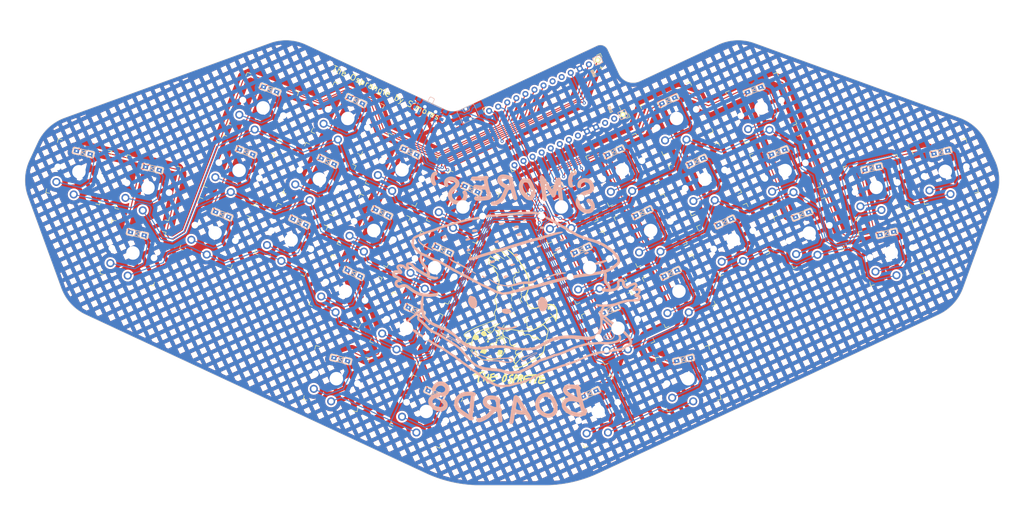
<source format=kicad_pcb>
(kicad_pcb (version 20221018) (generator pcbnew)
  (title_block (title "Osprangle") (date "2023-06-12") (rev "1") (comment 1 "By Sam Mohr"))
  (layers (0 "F.Cu" signal) (31 "B.Cu" signal) (34 "B.Paste" user) (35 "F.Paste" user) (36 "B.SilkS" user "B.Silkscreen") (37 "F.SilkS" user "F.Silkscreen") (38 "B.Mask" user) (39 "F.Mask" user) (44 "Edge.Cuts" user))
  (net 0 "")
  (net 1 "col_0")
  (net 2 "Net-(D1-A)")
  (net 3 "Net-(D2-A)")
  (net 4 "Net-(D3-A)")
  (net 5 "col_1")
  (net 6 "Net-(D4-A)")
  (net 7 "Net-(D5-A)")
  (net 8 "Net-(D6-A)")
  (net 9 "col_2")
  (net 10 "Net-(D7-A)")
  (net 11 "Net-(D8-A)")
  (net 12 "Net-(D9-A)")
  (net 13 "col_3")
  (net 14 "Net-(D10-A)")
  (net 15 "Net-(D11-A)")
  (net 16 "Net-(D12-A)")
  (net 17 "Net-(D13-A)")
  (net 18 "col_4")
  (net 19 "Net-(D14-A)")
  (net 20 "Net-(D15-A)")
  (net 21 "Net-(D16-A)")
  (net 22 "Net-(D17-A)")
  (net 23 "col_5")
  (net 24 "Net-(D18-A)")
  (net 25 "Net-(D19-A)")
  (net 26 "Net-(D20-A)")
  (net 27 "Net-(D21-A)")
  (net 28 "col_6")
  (net 29 "Net-(D22-A)")
  (net 30 "Net-(D23-A)")
  (net 31 "Net-(D24-A)")
  (net 32 "Net-(D25-A)")
  (net 33 "col_7")
  (net 34 "Net-(D26-A)")
  (net 35 "Net-(D27-A)")
  (net 36 "Net-(D28-A)")
  (net 37 "col_8")
  (net 38 "Net-(D29-A)")
  (net 39 "Net-(D30-A)")
  (net 40 "Net-(D31-A)")
  (net 41 "col_9")
  (net 42 "Net-(D32-A)")
  (net 43 "Net-(D33-A)")
  (net 44 "Net-(D34-A)")
  (net 45 "row_0")
  (net 46 "row_1")
  (net 47 "row_2")
  (net 48 "row_3")
  (net 49 "reset")
  (net 50 "gnd")
  (net 56 "bat+")
  (net 58 "raw")
  (footprint "footprints:smd-diode" (layer "F.Cu") (at 169.750926 129.939559 25)
    (fp_text reference "D33" hide)
    (fp_text value "1N4148" hide)
  )
  (footprint "footprints:smd-diode" (layer "F.Cu") (at 124.184508 68.592772 -25)
    (fp_text reference "D4" hide)
    (fp_text value "1N4148" hide)
  )
  (footprint "footprints:smd-diode" (layer "F.Cu") (at 258.881411 68.652426 13)
    (fp_text reference "D10" hide)
    (fp_text value "1N4148" hide)
  )
  (footprint "footprints:choc-switch-one-sided" (layer "F.Cu") (at 128.22134 134.471099 -25)
    (fp_text reference "SW32" hide)
    (fp_text value "SW_Push")
  )
  (footprint "footprints:choc-switch-one-sided" (layer "F.Cu") (at 171.864016 134.471101 25)
    (fp_text reference "SW33" hide)
    (fp_text value "SW_Push")
  )
  (footprint "footprints:smd-diode" (layer "F.Cu") (at 132.4683 93.419748 -25)
    (fp_text reference "D15" hide)
    (fp_text value "1N4148" hide)
  )
  (footprint "footprints:choc-switch-one-sided" (layer "F.Cu") (at 130.355206 97.951286 -25)
    (fp_text reference "SW15" hide)
    (fp_text value "SW_Push")
  )
  (footprint "footprints:smd-diode" (layer "F.Cu") (at 88.586623 52.71376 -21)
    (fp_text reference "D2" hide)
    (fp_text value "1N4148" hide)
  )
  (footprint "footprints:smd-diode" (layer "F.Cu") (at 174.801572 108.826978 25)
    (fp_text reference "D26" hide)
    (fp_text value "1N4148" hide)
  )
  (footprint "footprints:smd-diode" (layer "F.Cu") (at 117 84 -25)
    (fp_text reference "D14" hide)
    (fp_text value "1N4148" hide)
  )
  (footprint "footprints:choc-switch-one-sided" (layer "F.Cu") (at 169.730153 97.951284 25)
    (fp_text reference "SW16" hide)
    (fp_text value "SW_Push")
  )
  (footprint "footprints:smd-diode" (layer "F.Cu") (at 106.525951 121.275133 -13)
    (fp_text reference "D31" hide)
    (fp_text value "1N4148" hide)
  )
  (footprint "footprints:reset-switch-angled-4pin" (layer "F.Cu") (at 138.860534 58.946849 25)
    (fp_text reference "SW35" hide)
    (fp_text value "SW_Push" hide)
  )
  (footprint "footprints:choc-switch-one-sided" (layer "F.Cu") (at 86.794783 57.381663 -21)
    (fp_text reference "SW2" hide)
    (fp_text value "SW_Push")
  )
  (footprint "footprints:smd-diode" (layer "F.Cu") (at 175.900856 68.592773 25)
    (fp_text reference "D7" hide)
    (fp_text value "1N4148" hide)
  )
  (footprint "footprints:choc-switch-one-sided" (layer "F.Cu") (at 53.751422 94.228318 -13)
    (fp_text reference "SW21" hide)
    (fp_text value "SW_Push")
  )
  (footprint "footprints:choc-switch-one-sided" (layer "F.Cu") (at 246.291672 94.137688 13)
    (fp_text reference "SW30" hide)
    (fp_text value "SW_Push")
  )
  (footprint "footprints:choc-switch-one-sided" (layer "F.Cu") (at 176.914664 113.358519 25)
    (fp_text reference "SW26" hide)
    (fp_text value "SW_Push")
  )
  (footprint "footprints:choc-switch-one-sided" (layer "F.Cu") (at 122.071414 73.124308 -25)
    (fp_text reference "SW4" hide)
    (fp_text value "SW_Push")
  )
  (footprint "footprints:smd-diode" (layer "F.Cu") (at 190.269874 99.407236 25)
    (fp_text reference "D27" hide)
    (fp_text value "1N4148" hide)
  )
  (footprint "art:bird" (layer "F.Cu") (at 150 108)
    (fp_text reference "G***" hide)
    (fp_text value "LOGO" hide)
  )
  (footprint "footprints:smd-diode" (layer "F.Cu") (at 245.166919 89.265832 13)
    (fp_text reference "D30" hide)
    (fp_text value "1N4148" hide)
  )
  (footprint "footprints:choc-switch-one-sided" (layer "F.Cu") (at 137.539717 82.544052 -25)
    (fp_text reference "SW5" hide)
    (fp_text value "SW_Push")
  )
  (footprint "footprints:choc-switch-one-sided" (layer "F.Cu") (at 101.109073 75.486569 -25)
    (fp_text reference "SW13" hide)
    (fp_text value "SW_Push")
  )
  (footprint "footprints:choc-switch-one-sided" (layer "F.Cu") (at 213.260371 57.442045 21)
    (fp_text reference "SW9" hide)
    (fp_text value "SW_Push")
  )
  (footprint "footprints:choc-switch-one-sided" (layer "F.Cu") (at 260.006169 73.524278 13)
    (fp_text reference "SW10" hide)
    (fp_text value "SW_Push")
  )
  (footprint "footprints:choc-switch-one-sided" (layer "F.Cu") (at 74.610277 89.123394 -21)
    (fp_text reference "SW22" hide)
    (fp_text value "SW_Push")
  )
  (footprint "footprints:smd-diode" (layer "F.Cu") (at 217.560785 68.645008 21)
    (fp_text reference "D19" hide)
    (fp_text value "1N4148" hide)
  )
  (footprint "footprints:smd-diode" (layer "F.Cu") (at 241.342746 72.701539 13)
    (fp_text reference "D20" hide)
    (fp_text value "1N4148" hide)
  )
  (footprint "footprints:smd-diode" (layer "F.Cu") (at 96.037656 86.362259 -25)
    (fp_text reference "D23" hide)
    (fp_text value "1N4148" hide)
  )
  (footprint "footprints:smd-diode" (layer "F.Cu") (at 125.283787 108.82698 -25)
    (fp_text reference "D25" hide)
    (fp_text value "1N4148" hide)
  )
  (footprint "footprints:smd-diode" (layer "F.Cu") (at 223.653036 84.515879 21)
    (fp_text reference "D29" hide)
    (fp_text value "1N4148" hide)
  )
  (footprint "footprints:smd-diode" (layer "F.Cu") (at 58.70035 72.792173 -13)
    (fp_text reference "D11" hide)
    (fp_text value "1N4148" hide)
  )
  (footprint "footprints:smd-diode" (layer "F.Cu") (at 183.085364 84.000005 25)
    (fp_text reference "D17" hide)
    (fp_text value "1N4148" hide)
  )
  (footprint "footprints:smd-diode" (layer "F.Cu") (at 54.87618 89.356468 -13)
    (fp_text reference "D21" hide)
    (fp_text value "1N4148" hide)
  )
  (footprint "footprints:smd-diode" (layer "F.Cu") (at 211.468526 52.774139 21)
    (fp_text reference "D9" hide)
    (fp_text value "1N4148" hide)
  )
  (footprint "footprints:smd-diode" (layer "F.Cu") (at 103.222164 70.95503 -25)
    (fp_text reference "D13" hide)
    (fp_text value "1N4148" hide)
  )
  (footprint "footprints:single-pin" (layer "F.Cu") (at 171.743053 45.302031 -65)
    (fp_text reference "+1" hide)
    (fp_text value "MountingHole_Pad" hide)
  )
  (footprint "footprints:choc-switch-one-sided" (layer "F.Cu") (at 40.036931 73.614908 -13)
    (fp_text reference "SW1" hide)
    (fp_text value "SW_Push")
  )
  (footprint "footprints:smd-diode" (layer "F.Cu") (at 193.55941 121.27513 13)
    (fp_text reference "D34" hide)
    (fp_text value "1N4148" hide)
  )
  (footprint "footprints:smd-diode" (layer "F.Cu") (at 130.334436 129.939559 -25)
    (fp_text reference "D32" hide)
    (fp_text value "1N4148" hide)
  )
  (footprint "footprints:smd-diode" (layer "F.Cu") (at 109.815488 99.407236 -25)
    (fp_text reference "D24" hide)
    (fp_text value "1N4148" hide)
  )
  (footprint "footprints:smd-diode" (layer "F.Cu") (at 189.678687 55.547797 25)
    (fp_text reference "D8" hide)
    (fp_text value "1N4148" hide)
  )
  (footprint "footprints:smd-diode" (layer "F.Cu") (at 204.047705 86.362261 25)
    (fp_text reference "D28" hide)
    (fp_text value "1N4148" hide)
  )
  (footprint "footprints:choc-switch-one-sided" (layer "F.Cu") (at 123.170695 113.358518 -25)
    (fp_text reference "SW25" hide)
    (fp_text value "SW_Push")
  )
  (footprint "footprints:choc-switch-one-sided" (layer "F.Cu") (at 107.702394 103.938771 -25)
    (fp_text reference "SW24" hide)
    (fp_text value "SW_Push")
  )
  (footprint "footprints:choc-switch-one-sided" (layer "F.Cu") (at 191.791776 60.079337 25)
    (fp_text reference "SW8" hide)
    (fp_text value "SW_Push")
  )
  (footprint "footprints:smd-diode" (layer "F.Cu") (at 160.432553 78.012514 25)
    (fp_text reference "D6" hide)
    (fp_text value "1N4148" hide)
  )
  (footprint "footprints:smd-diode" (layer "F.Cu") (at 41.161692 68.743054 -13)
    (fp_text reference "D1" hide)
    (fp_text value "1N4148" hide)
  )
  (footprint "footprints:choc-switch-one-sided" (layer "F.Cu") (at 93.924564 90.893802 -25)
    (fp_text reference "SW23" hide)
    (fp_text value "SW_Push")
  )
  (footprint "footprints:choc-switch-one-sided" (layer "F.Cu") (at 192.382968 103.938776 25)
    (fp_text reference "SW27" hide)
    (fp_text value "SW_Push")
  )
  (footprint "footprints:smd-diode" (layer "F.Cu") (at 167.617058 93.419746 25)
    (fp_text reference "D16" hide)
    (fp_text value "1N4148" hide)
  )
  (footprint "footprints:choc-switch-one-sided" (layer "F.Cu") (at 105.401193 126.146982 -13)
    (fp_text reference "SW31" hide)
    (fp_text value "SW_Push")
  )
  (footprint "footprints:choc-switch-one-sided" (layer "F.Cu") (at 162.545643 82.544053 25)
    (fp_text reference "SW6" hide)
    (fp_text value "SW_Push")
  )
  (footprint "footprints:choc-switch-one-sided" (layer "F.Cu") (at 225.444883 89.183778 21)
    (fp_text reference "SW29" hide)
    (fp_text value "SW_Push")
  )
  (footprint "footprints:smd-diode" (layer "F.Cu") (at 110.406676 55.547798 -25)
    (fp_text reference "D3" hide)
    (fp_text value "1N4148" hide)
  )
  (footprint "footprints:choc-switch-one-sided" (layer "F.Cu") (at 219.352623 73.312907 21)
    (fp_text reference "SW19" hide)
    (fp_text value "SW_Push")
  )
  (footprint "footprints:choc-switch-one-sided" (layer "F.Cu") (at 242.467501 77.573391 13)
    (fp_text reference "SW20" hide)
    (fp_text value "SW_Push")
  )
  (footprint "footprints:choc-switch-one-sided" (layer "F.Cu") (at 194.684164 126.146984 13)
    (fp_text reference "SW34" hide)
    (fp_text value "SW_Push")
  )
  (footprint "footprints:smd-diode" (layer "F.Cu") (at 82.494374 68.584622 -21)
    (fp_text reference "D12" hide)
    (fp_text value "1N4148" hide)
  )
  (footprint "footprints:smd-diode" (layer "F.Cu") (at 196.863197 70.955025 25)
    (fp_text reference "D18" hide)
    (fp_text value "1N4148" hide)
  )
  (footprint "footprints:single-pin" (layer "F.Cu") (at 178.166849 59.077905 -65)
    (fp_text reference "-1" hide)
    (fp_text value "MountingHole_Pad" hide)
  )
  (footprint "footprints:choc-switch-one-sided" (layer "F.Cu") (at 80.702532 73.252525 -21)
    (fp_text reference "SW12" hide)
    (fp_text value "SW_Push")
  )
  (footprint "footprints:choc-switch-one-sided" (layer "F.Cu") (at 108.293587 60.079334 -25)
    (fp_text reference "SW3" hide)
    (fp_text value "SW_Push")
  )
  (footprint "footprints:choc-switch-one-sided" (layer "F.Cu") (at 57.575593 77.664024 -13)
    (fp_text reference "SW11" hide)
    (fp_text value "SW_Push")
  )
  (footprint "footprints:choc-switch-one-sided" (layer "F.Cu") (at 185.198456 88.531543 25)
    (fp_text reference "SW17" hide)
    (fp_text value "SW_Push")
  )
  (footprint "footprints:choc-switch-one-sided" (layer "F.Cu") (at 114.886906 88.531543 -25)
    (fp_text reference "SW14" hide)
    (fp_text value "SW_Push")
  )
  (footprint "art:osprette_title" (layer "F.Cu") (at 149.5 126)
    (fp_text reference "G***" hide)
    (fp_text value "LOGO" hide)
  )
  (footprint "footprints:choc-switch-one-sided" (layer "F.Cu") (at 206.160798 90.893801 25)
    (fp_text reference "SW28" hide)
    (fp_text value "SW_Push")
  )
  (footprint "footprints:smd-diode" (layer "F.Cu") (at 76.402118 84.455488 -21)
    (fp_text reference "D22" hide)
    (fp_text value "1N4148" hide)
  )
  (footprint "footprints:pro-micro" (layer "F.Cu") (at 159.607542 59.356072 -65)
    (fp_text reference "U1" hide)
    (fp_text value "ProMicro_r" hide)
  )
  (footprint "footprints:smd-diode" (layer "F.Cu") (at 139.652812 78.012514 -25)
    (fp_text reference "D5" hide)
    (fp_text value "1N4148" hide)
  )
  (footprint "footprints:choc-switch-one-sided" (layer "F.Cu") (at 198.976282 75.486565 25)
    (fp_text reference "SW18" hide)
    (fp_text value "SW_Push")
  )
  (footprint "footprints:choc-switch-one-sided" (layer "F.Cu") (at 178.013947 73.124308 25)
    (fp_text reference "SW7" hide)
    (fp_text value "SW_Push")
  )
  (footprint "footprints:power-switch" (layer "B.Cu") (at 129.097443 58.056942 -25)
    (fp_text reference "SW36" hide)
    (fp_text value "SW_SPDT" hide)
  )
  (footprint "art:smores" (layer "B.Cu") (at 152.5 108 180)
    (fp_text reference "G***" hide)
    (fp_text value "LOGO" hide)
  )
  (gr_line (start 88.540263 40.954051) (end 36.379917 59.938866) (stroke (width 0.1)) (layer "Edge.Cuts"))
  (gr_line (start 272.589988 70.675294) (end 270.476896 66.143755) (stroke (width 0.1)) (layer "Edge.Cuts"))
  (gr_line (start 263.705443 59.938863) (end 211.545098 40.954049) (stroke (width 0.1)) (layer "Edge.Cuts"))
  (gr_arc (start 88.540263 40.954051) (mid 93.167938 40.241784) (end 97.715924 41.35467) (stroke (width 0.1)) (layer "Edge.Cuts"))
  (gr_arc (start 171.604433 41.632553) (mid 173.133712 41.565783) (end 174.262286 42.599935) (stroke (width 0.1)) (layer "Edge.Cuts"))
  (gr_arc (start 29.608464 66.143757) (mid 32.377075 62.367848) (end 36.379917 59.938866) (stroke (width 0.1)) (layer "Edge.Cuts"))
  (gr_line (start 174.262286 42.599935) (end 177.11496 48.717511) (stroke (width 0.1)) (layer "Edge.Cuts"))
  (gr_arc (start 27.094756 79.850956) (mid 26.38249 75.223282) (end 27.495374 70.675296) (stroke (width 0.1)) (layer "Edge.Cuts"))
  (gr_line (start 141.90099 153.204303) (end 158.150992 153.204304) (stroke (width 0.1)) (layer "Edge.Cuts"))
  (gr_line (start 136.846485 57.840451) (end 171.604433 41.632553) (stroke (width 0.1)) (layer "Edge.Cuts"))
  (gr_arc (start 272.589988 70.675294) (mid 273.702873 75.223282) (end 272.990604 79.850957) (stroke (width 0.1)) (layer "Edge.Cuts"))
  (gr_arc (start 182.430663 50.652268) (mid 179.372112 50.785799) (end 177.11496 48.717511) (stroke (width 0.1)) (layer "Edge.Cuts"))
  (gr_line (start 264.526037 103.107162) (end 272.990604 79.850957) (stroke (width 0.1)) (layer "Edge.Cuts"))
  (gr_arc (start 41.764215 109.878616) (mid 37.988306 107.110005) (end 35.559325 103.107163) (stroke (width 0.1)) (layer "Edge.Cuts"))
  (gr_line (start 182.430663 50.652268) (end 202.369437 41.354669) (stroke (width 0.1)) (layer "Edge.Cuts"))
  (gr_line (start 29.608464 66.143757) (end 27.495374 70.675296) (stroke (width 0.1)) (layer "Edge.Cuts"))
  (gr_arc (start 202.369437 41.354669) (mid 206.917423 40.241784) (end 211.545098 40.954049) (stroke (width 0.1)) (layer "Edge.Cuts"))
  (gr_arc (start 171.994284 150.133492) (mid 165.242154 152.433082) (end 158.150992 153.204304) (stroke (width 0.1)) (layer "Edge.Cuts"))
  (gr_line (start 133.113923 57.834119) (end 97.715924 41.35467) (stroke (width 0.1)) (layer "Edge.Cuts"))
  (gr_arc (start 264.526037 103.107162) (mid 262.097053 107.110002) (end 258.321145 109.878613) (stroke (width 0.1)) (layer "Edge.Cuts"))
  (gr_line (start 171.994284 150.133492) (end 258.321145 109.878613) (stroke (width 0.1)) (layer "Edge.Cuts"))
  (gr_line (start 41.764215 109.878616) (end 128.124283 150.148977) (stroke (width 0.1)) (layer "Edge.Cuts"))
  (gr_arc (start 141.901174 153.202022) (mid 134.845612 152.429613) (end 128.124283 150.148977) (stroke (width 0.1)) (layer "Edge.Cuts"))
  (gr_line (start 27.094756 79.850956) (end 35.559325 103.107163) (stroke (width 0.1)) (layer "Edge.Cuts"))
  (gr_arc (start 136.846485 57.840451) (mid 134.979503 58.252675) (end 133.113923 57.834119) (stroke (width 0.1)) (layer "Edge.Cuts"))
  (gr_arc (start 263.705443 59.938863) (mid 267.708284 62.367847) (end 270.476896 66.143755) (stroke (width 0.1)) (layer "Edge.Cuts"))
  (gr_text "The Osprangle by S'mores" (at 104 48 -25) (layer "F.SilkS") (effects (font (size 1.5 1.5) (thickness 0.2)) (justify left bottom)))
  (gr_text "+" (at 172.759551 46.320509 115) (layer "F.SilkS") (effects (font (size 1 1)) (justify left bottom mirror)))
  (gr_text "-" (at 177.577399 56.652418 115) (layer "F.SilkS") (effects (font (size 1 1)) (justify left bottom mirror)))
  (segment (start 62.971446 90.511703) (end 63.945815 90.736656) (width 0.25) (layer "F.Cu") (net 1))
  (segment (start 56.970841 72.392888) (end 56.074981 70.959206) (width 0.25) (layer "F.Cu") (net 1))
  (segment (start 55.378932 73.387622) (end 52.151938 87.365267) (width 0.25) (layer "F.Cu") (net 1))
  (segment (start 101.191096 55.714696) (end 108.296814 52.551028) (width 0.25) (layer "F.Cu") (net 1))
  (segment (start 63.945815 90.736656) (end 66.944121 88.863107) (width 0.25) (layer "F.Cu") (net 1))
  (segment (start 40.865863 67.4479) (end 39.432183 68.343764) (width 0.25) (layer "F.Cu") (net 1))
  (segment (start 56.970841 72.392888) (end 55.378932 73.387622) (width 0.25) (layer "F.Cu") (net 1))
  (segment (start 131.293967 68.985125) (end 146.681781 61.80967) (width 0.25) (layer "F.Cu") (net 1))
  (segment (start 115.492208 55.548071) (end 118.152504 62.857164) (width 0.25) (layer "F.Cu") (net 1))
  (segment (start 65.708771 74.209644) (end 62.22203 89.312384) (width 0.25) (layer "F.Cu") (net 1))
  (segment (start 56.970841 72.392888) (end 58.404523 71.497024) (width 0.25) (layer "F.Cu") (net 1))
  (segment (start 56.074981 70.959206) (end 40.865863 67.4479) (width 0.25) (layer "F.Cu") (net 1))
  (segment (start 146.681781 61.80967) (end 148.795338 56.002725) (width 0.25) (layer "F.Cu") (net 1))
  (segment (start 83.580406 48.954587) (end 101.191096 55.714696) (width 0.25) (layer "F.Cu") (net 1))
  (segment (start 108.72827 52.393992) (end 115.492208 55.548071) (width 0.25) (layer "F.Cu") (net 1))
  (segment (start 58.404523 71.497024) (end 64.959351 73.01032) (width 0.25) (layer "F.Cu") (net 1))
  (segment (start 62.22203 89.312384) (end 62.971446 90.511703) (width 0.25) (layer "F.Cu") (net 1))
  (segment (start 108.296814 52.551028) (end 108.72827 52.393992) (width 0.25) (layer "F.Cu") (net 1))
  (segment (start 64.959351 73.01032) (end 65.708771 74.209644) (width 0.25) (layer "F.Cu") (net 1))
  (segment (start 81.992117 49.661737) (end 83.580406 48.954587) (width 0.25) (layer "F.Cu") (net 1))
  (segment (start 66.944121 88.863107) (end 81.992117 49.661737) (width 0.25) (layer "F.Cu") (net 1))
  (segment (start 52.151938 87.365267) (end 53.146676 88.957178) (width 0.25) (layer "F.Cu") (net 1))
  (segment (start 118.152504 62.857164) (end 131.293967 68.985125) (width 0.25) (layer "F.Cu") (net 1))
  (segment (start 42.641735 76.324906) (end 40.548429 77.63295) (width 0.25) (layer "B.Cu") (net 2))
  (segment (start 43.919891 70.788598) (end 42.641735 76.324906) (width 0.25) (layer "B.Cu") (net 2))
  (segment (start 40.548429 77.63295) (end 34.31027 76.192755) (width 0.25) (layer "B.Cu") (net 2))
  (segment (start 42.891196 69.142341) (end 43.919891 70.788598) (width 0.25) (layer "B.Cu") (net 2))
  (segment (start 90.920677 54.870304) (end 88.887602 60.16665) (width 0.25) (layer "B.Cu") (net 3))
  (segment (start 90.243731 53.349861) (end 90.920677 54.870304) (width 0.25) (layer "B.Cu") (net 3))
  (segment (start 88.887602 60.16665) (end 86.368315 61.288307) (width 0.25) (layer "B.Cu") (net 3))
  (segment (start 86.368315 61.288307) (end 80.765086 59.137425) (width 0.25) (layer "B.Cu") (net 3))
  (segment (start 107.958209 64.115783) (end 102.156096 61.410214) (width 0.25) (layer "B.Cu") (net 4))
  (segment (start 110.098667 63.336717) (end 107.958209 64.115783) (width 0.25) (layer "B.Cu") (net 4))
  (segment (start 112.015371 56.297945) (end 112.61398 57.942607) (width 0.25) (layer "B.Cu") (net 4))
  (segment (start 112.61398 57.942607) (end 110.098667 63.336717) (width 0.25) (layer "B.Cu") (net 4))
  (segment (start 80.837264 67.948525) (end 80.809716 68.020288) (width 0.25) (layer "F.Cu") (net 5))
  (segment (start 86.929523 52.077654) (end 85.607673 52.666179) (width 0.25) (layer "F.Cu") (net 5))
  (segment (start 101.13925 56.230364) (end 108.200178 53.086638) (width 0.25) (layer "F.Cu") (net 5))
  (segment (start 95.537766 54.080157) (end 101.13925 56.230364) (width 0.25) (layer "F.Cu") (net 5))
  (segment (start 117.488044 63.099008) (end 131.082663 69.43828) (width 0.25) (layer "F.Cu") (net 5))
  (segment (start 79.487874 68.60881) (end 74.156489 82.497544) (width 0.25) (layer "F.Cu") (net 5))
  (segment (start 108.200178 53.086638) (end 108.666538 52.916898) (width 0.25) (layer "F.Cu") (net 5))
  (segment (start 86.929527 52.077653) (end 88.499784 51.378529) (width 0.25) (layer "F.Cu") (net 5))
  (segment (start 114.827749 55.789912) (end 117.488044 63.099008) (width 0.25) (layer "F.Cu") (net 5))
  (segment (start 148.743849 61.39549) (end 151.09736 54.929276) (width 0.25) (layer "F.Cu") (net 5))
  (segment (start 88.499784 51.378529) (end 95.537766 54.080157) (width 0.25) (layer "F.Cu") (net 5))
  (segment (start 80.809716 68.020288) (end 79.487874 68.60881) (width 0.25) (layer "F.Cu") (net 5))
  (segment (start 80.248743 66.62668) (end 80.837264 67.948525) (width 0.25) (layer "F.Cu") (net 5))
  (segment (start 74.156489 82.497544) (end 74.74501 83.81939) (width 0.25) (layer "F.Cu") (net 5))
  (segment (start 85.607673 52.666179) (end 80.248743 66.62668) (width 0.25) (layer "F.Cu") (net 5))
  (segment (start 131.082663 69.43828) (end 131.314819 69.522784) (width 0.25) (layer "F.Cu") (net 5))
  (segment (start 131.314819 69.522784) (end 148.743849 61.39549) (width 0.25) (layer "F.Cu") (net 5))
  (segment (start 108.666538 52.916898) (end 114.827749 55.789912) (width 0.25) (layer "F.Cu") (net 5))
  (segment (start 121.736042 77.160757) (end 115.933926 74.455189) (width 0.25) (layer "B.Cu") (net 6))
  (segment (start 123.876495 76.381694) (end 121.736042 77.160757) (width 0.25) (layer "B.Cu") (net 6))
  (segment (start 125.793201 69.342918) (end 125.836937 69.363308) (width 0.25) (layer "B.Cu") (net 6))
  (segment (start 125.836937 69.363308) (end 126.412208 70.943847) (width 0.25) (layer "B.Cu") (net 6))
  (segment (start 126.412208 70.943847) (end 123.876495 76.381694) (width 0.25) (layer "B.Cu") (net 6))
  (segment (start 141.261505 78.762666) (end 141.860112 80.40733) (width 0.25) (layer "B.Cu") (net 7))
  (segment (start 137.204341 86.5805) (end 131.402231 83.874934) (width 0.25) (layer "B.Cu") (net 7))
  (segment (start 141.860112 80.40733) (end 139.344798 85.80144) (width 0.25) (layer "B.Cu") (net 7))
  (segment (start 139.344798 85.80144) (end 137.204341 86.5805) (width 0.25) (layer "B.Cu") (net 7))
  (segment (start 166.321115 83.541971) (end 165.69232 85.269574) (width 0.25) (layer "B.Cu") (net 8))
  (segment (start 163.669183 77.854887) (end 166.321115 83.541971) (width 0.25) (layer "B.Cu") (net 8))
  (segment (start 165.69232 85.269574) (end 159.620053 88.101114) (width 0.25) (layer "B.Cu") (net 8))
  (segment (start 162.041244 77.262369) (end 163.669183 77.854887) (width 0.25) (layer "B.Cu") (net 8))
  (segment (start 150.804028 60.9865) (end 153.399382 53.855821) (width 0.25) (layer "F.Cu") (net 9))
  (segment (start 131.340865 70.062322) (end 150.804028 60.9865) (width 0.25) (layer "F.Cu") (net 9))
  (segment (start 94.428958 85.612114) (end 93.842528 84.000909) (width 0.25) (layer "F.Cu") (net 9))
  (segment (start 101.61347 70.204879) (end 101.027038 68.593674) (width 0.25) (layer "F.Cu") (net 9))
  (segment (start 108.79798 54.79765) (end 110.324905 54.241897) (width 0.25) (layer "F.Cu") (net 9))
  (segment (start 101.027038 68.593674) (end 107.186773 55.384081) (width 0.25) (layer "F.Cu") (net 9))
  (segment (start 116.823577 63.340856) (end 130.871348 69.891433) (width 0.25) (layer "F.Cu") (net 9))
  (segment (start 130.871348 69.891433) (end 131.340865 70.062322) (width 0.25) (layer "F.Cu") (net 9))
  (segment (start 107.186773 55.384081) (end 108.79798 54.797648) (width 0.25) (layer "F.Cu") (net 9))
  (segment (start 93.842528 84.000909) (end 100.002262 70.791309) (width 0.25) (layer "F.Cu") (net 9))
  (segment (start 110.324905 54.241897) (end 114.163284 56.03176) (width 0.25) (layer "F.Cu") (net 9))
  (segment (start 114.163284 56.03176) (end 116.823577 63.340856) (width 0.25) (layer "F.Cu") (net 9))
  (segment (start 100.002262 70.791309) (end 101.61347 70.204879) (width 0.25) (layer "F.Cu") (net 9))
  (segment (start 177.509549 67.842623) (end 179.137483 68.435142) (width 0.25) (layer "B.Cu") (net 10))
  (segment (start 181.789415 74.122227) (end 181.16062 75.849829) (width 0.25) (layer "B.Cu") (net 10))
  (segment (start 181.16062 75.849829) (end 175.088358 78.681375) (width 0.25) (layer "B.Cu") (net 10))
  (segment (start 179.137483 68.435142) (end 181.789415 74.122227) (width 0.25) (layer "B.Cu") (net 10))
  (segment (start 191.287383 54.797649) (end 192.915318 55.390167) (width 0.25) (layer "B.Cu") (net 11))
  (segment (start 194.938447 62.804853) (end 188.866186 65.636397) (width 0.25) (layer "B.Cu") (net 11))
  (segment (start 192.915318 55.390167) (end 195.567243 61.077248) (width 0.25) (layer "B.Cu") (net 11))
  (segment (start 195.567243 61.077248) (end 194.938447 62.804853) (width 0.25) (layer "B.Cu") (net 11))
  (segment (start 213.125635 52.138038) (end 215.179533 53.052493) (width 0.25) (layer "B.Cu") (net 12))
  (segment (start 216.422926 60.298404) (end 209.954263 62.781489) (width 0.25) (layer "B.Cu") (net 12))
  (segment (start 217.248874 58.443301) (end 216.422926 60.298404) (width 0.25) (layer "B.Cu") (net 12))
  (segment (start 215.179533 53.052493) (end 217.248874 58.443301) (width 0.25) (layer "B.Cu") (net 12))
  (segment (start 131.366913 70.601867) (end 152.864203 60.577515) (width 0.25) (layer "F.Cu") (net 13))
  (segment (start 122.575809 67.842623) (end 124.102736 67.286868) (width 0.25) (layer "F.Cu") (net 13))
  (segment (start 116.005524 119.880812) (end 116.5338 118.747923) (width 0.25) (layer "F.Cu") (net 13))
  (segment (start 122.554894 67.83287) (end 120.974356 68.40814) (width 0.25) (layer "F.Cu") (net 13))
  (segment (start 109.300138 119.236632) (end 113.015443 120.969114) (width 0.25) (layer "F.Cu") (net 13))
  (segment (start 111.684193 108.211179) (end 108.206788 98.657086) (width 0.25) (layer "F.Cu") (net 13))
  (segment (start 104.796447 120.875843) (end 109.300138 119.236632) (width 0.25) (layer "F.Cu") (net 13))
  (segment (start 114.804866 81.638651) (end 115.391296 83.249857) (width 0.25) (layer "F.Cu") (net 13))
  (segment (start 115.391296 83.249857) (end 115.370383 83.240105) (width 0.25) (layer "F.Cu") (net 13))
  (segment (start 116.5338 118.747923) (end 112.90613 108.780977) (width 0.25) (layer "F.Cu") (net 13))
  (segment (start 130.660041 70.344587) (end 131.366913 70.601867) (width 0.25) (layer "F.Cu") (net 13))
  (segment (start 107.620363 97.045882) (end 108.206788 98.657086) (width 0.25) (layer "F.Cu") (net 13))
  (segment (start 112.90613 108.780977) (end 111.684193 108.211179) (width 0.25) (layer "F.Cu") (net 13))
  (segment (start 124.102736 67.286868) (end 130.660041 70.344587) (width 0.25) (layer "F.Cu") (net 13))
  (segment (start 152.864203 60.577515) (end 155.701404 52.782371) (width 0.25) (layer "F.Cu") (net 13))
  (segment (start 120.974356 68.40814) (end 114.804866 81.638651) (width 0.25) (layer "F.Cu") (net 13))
  (segment (start 122.57581 67.842623) (end 122.554894 67.83287) (width 0.25) (layer "F.Cu") (net 13))
  (segment (start 113.015443 120.969114) (end 116.005524 119.880812) (width 0.25) (layer "F.Cu") (net 13))
  (segment (start 115.370383 83.240105) (end 113.789846 83.815374) (width 0.25) (layer "F.Cu") (net 13))
  (segment (start 113.789846 83.815374) (end 107.620363 97.045882) (width 0.25) (layer "F.Cu") (net 13))
  (segment (start 262.517404 76.84447) (end 255.989128 78.351638) (width 0.25) (layer "B.Cu") (net 14))
  (segment (start 262.080083 69.171176) (end 263.491651 75.285344) (width 0.25) (layer "B.Cu") (net 14))
  (segment (start 263.491651 75.285344) (end 262.517404 76.84447) (width 0.25) (layer "B.Cu") (net 14))
  (segment (start 260.610917 68.253137) (end 262.080083 69.171176) (width 0.25) (layer "B.Cu") (net 14))
  (segment (start 60.429859 73.191465) (end 61.407542 74.756082) (width 0.25) (layer "B.Cu") (net 15))
  (segment (start 60.180395 80.374023) (end 58.087085 81.682065) (width 0.25) (layer "B.Cu") (net 15))
  (segment (start 61.407542 74.756082) (end 61.473865 74.771397) (width 0.25) (layer "B.Cu") (net 15))
  (segment (start 58.087085 81.682065) (end 51.848927 80.241876) (width 0.25) (layer "B.Cu") (net 15))
  (segment (start 61.473865 74.771397) (end 60.180395 80.374023) (width 0.25) (layer "B.Cu") (net 15))
  (segment (start 84.151478 69.220729) (end 84.828421 70.741168) (width 0.25) (layer "B.Cu") (net 16))
  (segment (start 82.795339 76.037516) (end 80.276062 77.159171) (width 0.25) (layer "B.Cu") (net 16))
  (segment (start 80.276062 77.159171) (end 74.67283 75.00829) (width 0.25) (layer "B.Cu") (net 16))
  (segment (start 84.828421 70.741168) (end 82.795339 76.037516) (width 0.25) (layer "B.Cu") (net 16))
  (segment (start 102.914155 78.743947) (end 100.773698 79.523016) (width 0.25) (layer "B.Cu") (net 17))
  (segment (start 104.830862 71.70517) (end 104.874596 71.72557) (width 0.25) (layer "B.Cu") (net 17))
  (segment (start 100.773698 79.523016) (end 94.971585 76.817447) (width 0.25) (layer "B.Cu") (net 17))
  (segment (start 105.449863 73.306109) (end 102.914155 78.743947) (width 0.25) (layer "B.Cu") (net 17))
  (segment (start 104.874596 71.72557) (end 105.449863 73.306109) (width 0.25) (layer "B.Cu") (net 17))
  (segment (start 138.04411 77.262366) (end 138.023201 77.252614) (width 0.25) (layer "F.Cu") (net 18))
  (segment (start 130.838691 92.659847) (end 129.258154 93.235116) (width 0.25) (layer "F.Cu") (net 18))
  (segment (start 126.666685 116.093034) (end 126.516011 115.679058) (width 0.25) (layer "F.Cu") (net 18))
  (segment (start 123.675093 108.076832) (end 123.764145 108.11836) (width 0.25) (layer "F.Cu") (net 18))
  (segment (start 130.273172 91.058395) (end 130.859602 92.669596) (width 0.25) (layer "F.Cu") (net 18))
  (segment (start 138.044113 77.262367) (end 131.696885 74.952162) (width 0.25) (layer "F.Cu") (net 18))
  (segment (start 129.258154 93.235116) (end 123.088662 106.465629) (width 0.25) (layer "F.Cu") (net 18))
  (segment (start 123.088662 106.465629) (end 123.675093 108.076832) (width 0.25) (layer "F.Cu") (net 18))
  (segment (start 131.696885 74.952162) (end 130.816923 73.065085) (width 0.25) (layer "F.Cu") (net 18))
  (segment (start 128.725739 129.189412) (end 125.146001 119.354164) (width 0.25) (layer "F.Cu") (net 18))
  (segment (start 131.542455 71.071697) (end 154.924382 60.168525) (width 0.25) (layer "F.Cu") (net 18))
  (segment (start 130.816923 73.065085) (end 131.542455 71.071697) (width 0.25) (layer "F.Cu") (net 18))
  (segment (start 123.764145 108.11836) (end 126.516011 115.679058) (width 0.25) (layer "F.Cu") (net 18))
  (segment (start 138.023201 77.252614) (end 136.442665 77.827884) (width 0.25) (layer "F.Cu") (net 18))
  (segment (start 130.859602 92.669596) (end 130.838691 92.659847) (width 0.25) (layer "F.Cu") (net 18))
  (segment (start 154.924382 60.168525) (end 158.003424 51.708924) (width 0.25) (layer "F.Cu") (net 18))
  (segment (start 136.442665 77.827884) (end 130.273172 91.058395) (width 0.25) (layer "F.Cu") (net 18))
  (segment (start 125.146001 119.354164) (end 126.666685 116.093034) (width 0.25) (layer "F.Cu") (net 18))
  (segment (start 116.691985 91.788927) (end 114.551528 92.567988) (width 0.25) (layer "B.Cu") (net 19))
  (segment (start 114.551528 92.567988) (end 108.749413 89.862418) (width 0.25) (layer "B.Cu") (net 19))
  (segment (start 118.652424 84.770539) (end 119.22769 86.351083) (width 0.25) (layer "B.Cu") (net 19))
  (segment (start 119.22769 86.351083) (end 116.691985 91.788927) (width 0.25) (layer "B.Cu") (net 19))
  (segment (start 118.608695 84.750151) (end 118.652424 84.770539) (width 0.25) (layer "B.Cu") (net 19))
  (segment (start 132.16029 101.208672) (end 130.019834 101.987733) (width 0.25) (layer "B.Cu") (net 20))
  (segment (start 134.076996 94.169895) (end 134.675601 95.814562) (width 0.25) (layer "B.Cu") (net 20))
  (segment (start 130.019834 101.987733) (end 124.217718 99.282166) (width 0.25) (layer "B.Cu") (net 20))
  (segment (start 134.675601 95.814562) (end 132.16029 101.208672) (width 0.25) (layer "B.Cu") (net 20))
  (segment (start 173.505622 98.949203) (end 172.876825 100.676804) (width 0.25) (layer "B.Cu") (net 21))
  (segment (start 169.225752 92.669599) (end 170.853692 93.262122) (width 0.25) (layer "B.Cu") (net 21))
  (segment (start 170.853692 93.262122) (end 173.505622 98.949203) (width 0.25) (layer "B.Cu") (net 21))
  (segment (start 172.876825 100.676804) (end 166.804563 103.508348) (width 0.25) (layer "B.Cu") (net 21))
  (segment (start 188.973926 89.529458) (end 188.345126 91.257063) (width 0.25) (layer "B.Cu") (net 22))
  (segment (start 184.69406 83.249861) (end 186.321999 83.842378) (width 0.25) (layer "B.Cu") (net 22))
  (segment (start 186.321999 83.842378) (end 188.973926 89.529458) (width 0.25) (layer "B.Cu") (net 22))
  (segment (start 188.345126 91.257063) (end 182.272865 94.088607) (width 0.25) (layer "B.Cu") (net 22))
  (segment (start 158.823855 78.762663) (end 158.231334 80.390596) (width 0.25) (layer "F.Cu") (net 23))
  (segment (start 168.045781 73.634875) (end 167.199325 75.960495) (width 0.25) (layer "F.Cu") (net 23))
  (segment (start 171.564943 108.984607) (end 173.192875 109.577125) (width 0.25) (layer "F.Cu") (net 23))
  (segment (start 172.600361 111.205058) (end 176.942758 120.517377) (width 0.25) (layer "F.Cu") (net 23))
  (segment (start 168.867764 128.696318) (end 168.142233 130.689705) (width 0.25) (layer "F.Cu") (net 23))
  (segment (start 165.415844 95.797828) (end 171.564943 108.984607) (width 0.25) (layer "F.Cu") (net 23))
  (segment (start 166.008363 94.169895) (end 165.415844 95.797828) (width 0.25) (layer "F.Cu") (net 23))
  (segment (start 176.942758 120.517377) (end 175.008001 125.833082) (width 0.25) (layer "F.Cu") (net 23))
  (segment (start 175.008001 125.833082) (end 168.867764 128.696318) (width 0.25) (layer "F.Cu") (net 23))
  (segment (start 158.231334 80.390596) (end 164.38043 93.577377) (width 0.25) (layer "F.Cu") (net 23))
  (segment (start 164.38043 93.577377) (end 166.008363 94.169895) (width 0.25) (layer "F.Cu") (net 23))
  (segment (start 160.152781 79.24635) (end 158.823855 78.762663) (width 0.25) (layer "F.Cu") (net 23))
  (segment (start 167.623163 72.728567) (end 168.045781 73.634875) (width 0.25) (layer "F.Cu") (net 23))
  (segment (start 173.192875 109.577125) (end 172.600361 111.205058) (width 0.25) (layer "F.Cu") (net 23))
  (segment (start 167.199325 75.960495) (end 160.152781 79.24635) (width 0.25) (layer "F.Cu") (net 23))
  (via (at 167.623163 72.728567) (size 0.8) (drill 0.4) (layers "F.Cu" "B.Cu") (net 23))
  (segment (start 167.623163 72.728567) (end 164.355942 65.721992) (width 0.25) (layer "B.Cu") (net 23))
  (segment (start 164.355942 65.721992) (end 164.435673 65.502928) (width 0.25) (layer "B.Cu") (net 23))
  (segment (start 202.122963 78.21208) (end 196.050699 81.043624) (width 0.25) (layer "B.Cu") (net 24))
  (segment (start 198.471892 70.204883) (end 200.099825 70.797399) (width 0.25) (layer "B.Cu") (net 24))
  (segment (start 200.099825 70.797399) (end 202.751756 76.484483) (width 0.25) (layer "B.Cu") (net 24))
  (segment (start 202.751756 76.484483) (end 202.122963 78.21208) (width 0.25) (layer "B.Cu") (net 24))
  (segment (start 222.048395 76.348453) (end 216.046521 78.652353) (width 0.25) (layer "B.Cu") (net 25))
  (segment (start 219.217889 68.008902) (end 220.625815 68.635756) (width 0.25) (layer "B.Cu") (net 25))
  (segment (start 220.625815 68.635756) (end 222.874338 74.493351) (width 0.25) (layer "B.Cu") (net 25))
  (segment (start 222.874338 74.493351) (end 222.048395 76.348453) (width 0.25) (layer "B.Cu") (net 25))
  (segment (start 244.541421 73.220289) (end 245.952987 79.334461) (width 0.25) (layer "B.Cu") (net 26))
  (segment (start 245.952987 79.334461) (end 244.978742 80.893585) (width 0.25) (layer "B.Cu") (net 26))
  (segment (start 243.072256 72.302253) (end 244.541421 73.220289) (width 0.25) (layer "B.Cu") (net 26))
  (segment (start 244.978742 80.893585) (end 238.450464 82.400751) (width 0.25) (layer "B.Cu") (net 26))
  (segment (start 54.262919 98.246356) (end 48.024761 96.80617) (width 0.25) (layer "B.Cu") (net 27))
  (segment (start 57.583374 91.320376) (end 57.649698 91.335686) (width 0.25) (layer "B.Cu") (net 27))
  (segment (start 56.605687 89.755754) (end 57.583374 91.320376) (width 0.25) (layer "B.Cu") (net 27))
  (segment (start 56.356228 96.938315) (end 54.262919 98.246356) (width 0.25) (layer "B.Cu") (net 27))
  (segment (start 57.649698 91.335686) (end 56.356228 96.938315) (width 0.25) (layer "B.Cu") (net 27))
  (segment (start 180.884147 86.378083) (end 187.033245 99.564866) (width 0.25) (layer "F.Cu") (net 28))
  (segment (start 191.829903 121.674423) (end 190.775751 122.165979) (width 0.25) (layer "F.Cu") (net 28))
  (segment (start 172.759315 68.954321) (end 169.587236 70.433481) (width 0.25) (layer "F.Cu") (net 28))
  (segment (start 173.699641 70.970854) (end 179.848735 84.157634) (width 0.25) (layer "F.Cu") (net 28))
  (segment (start 190.809758 112.396021) (end 191.777135 109.73817) (width 0.25) (layer "F.Cu") (net 28))
  (segment (start 174.292158 69.342918) (end 172.963231 68.85923) (width 0.25) (layer "F.Cu") (net 28))
  (segment (start 169.587236 70.433481) (end 166.188581 72.018298) (width 0.25) (layer "F.Cu") (net 28))
  (segment (start 187.033245 99.564866) (end 188.661178 100.157386) (width 0.25) (layer "F.Cu") (net 28))
  (segment (start 184.012448 115.56566) (end 183.286913 117.559051) (width 0.25) (layer "F.Cu") (net 28))
  (segment (start 191.777135 109.73817) (end 188.06866 101.785315) (width 0.25) (layer "F.Cu") (net 28))
  (segment (start 181.476667 84.750154) (end 180.884147 86.378083) (width 0.25) (layer "F.Cu") (net 28))
  (segment (start 184.343459 119.824816) (end 183.286913 117.559051) (width 0.25) (layer "F.Cu") (net 28))
  (segment (start 166.188581 72.018298) (end 165.583971 73.679461) (width 0.25) (layer "F.Cu") (net 28))
  (segment (start 190.809758 112.396021) (end 184.012448 115.56566) (width 0.25) (layer "F.Cu") (net 28))
  (segment (start 172.963231 68.85923) (end 172.759315 68.954321) (width 0.25) (layer "F.Cu") (net 28))
  (segment (start 190.775751 122.165979) (end 184.343459 119.824816) (width 0.25) (layer "F.Cu") (net 28))
  (segment (start 188.06866 101.785315) (end 188.661178 100.157386) (width 0.25) (layer "F.Cu") (net 28))
  (segment (start 179.848735 84.157634) (end 181.476667 84.750154) (width 0.25) (layer "F.Cu") (net 28))
  (segment (start 174.292158 69.342918) (end 173.699641 70.970854) (width 0.25) (layer "F.Cu") (net 28))
  (via (at 165.583971 73.679461) (size 0.8) (drill 0.4) (layers "F.Cu" "B.Cu") (net 28))
  (segment (start 165.583971 73.679461) (end 165.417645 73.618921) (width 0.25) (layer "B.Cu") (net 28))
  (segment (start 165.417645 73.618921) (end 162.133655 66.576377) (width 0.25) (layer "B.Cu") (net 28))
  (segment (start 76.70309 91.90838) (end 74.183808 93.030036) (width 0.25) (layer "B.Cu") (net 29))
  (segment (start 78.736167 86.612039) (end 76.70309 91.90838) (width 0.25) (layer "B.Cu") (net 29))
  (segment (start 78.059222 85.091593) (end 78.736167 86.612039) (width 0.25) (layer "B.Cu") (net 29))
  (segment (start 74.183808 93.030036) (end 68.580575 90.879163) (width 0.25) (layer "B.Cu") (net 29))
  (segment (start 98.265352 88.713338) (end 95.729641 94.151183) (width 0.25) (layer "B.Cu") (net 30))
  (segment (start 93.589187 94.930243) (end 87.787073 92.224678) (width 0.25) (layer "B.Cu") (net 30))
  (segment (start 97.646351 87.112407) (end 97.690089 87.1328) (width 0.25) (layer "B.Cu") (net 30))
  (segment (start 95.729641 94.151183) (end 93.589187 94.930243) (width 0.25) (layer "B.Cu") (net 30))
  (segment (start 97.690089 87.1328) (end 98.265352 88.713338) (width 0.25) (layer "B.Cu") (net 30))
  (segment (start 112.04318 101.758315) (end 109.507471 107.19616) (width 0.25) (layer "B.Cu") (net 31))
  (segment (start 111.467914 100.177777) (end 112.04318 101.758315) (width 0.25) (layer "B.Cu") (net 31))
  (segment (start 111.424181 100.157382) (end 111.467914 100.177777) (width 0.25) (layer "B.Cu") (net 31))
  (segment (start 109.507471 107.19616) (end 107.367013 107.975223) (width 0.25) (layer "B.Cu") (net 31))
  (segment (start 107.367013 107.975223) (end 101.564905 105.269653) (width 0.25) (layer "B.Cu") (net 31))
  (segment (start 126.936217 109.597521) (end 127.511486 111.178055) (width 0.25) (layer "B.Cu") (net 32))
  (segment (start 122.835324 117.394965) (end 117.033209 114.689393) (width 0.25) (layer "B.Cu") (net 32))
  (segment (start 124.975777 116.615904) (end 122.835324 117.394965) (width 0.25) (layer "B.Cu") (net 32))
  (segment (start 126.892485 109.577126) (end 126.936217 109.597521) (width 0.25) (layer "B.Cu") (net 32))
  (segment (start 127.511486 111.178055) (end 124.975777 116.615904) (width 0.25) (layer "B.Cu") (net 32))
  (segment (start 193.626565 71.112656) (end 195.254498 71.705174) (width 0.25) (layer "F.Cu") (net 33))
  (segment (start 195.254498 71.705174) (end 194.661978 73.333108) (width 0.25) (layer "F.Cu") (net 33))
  (segment (start 185.6003 57.449577) (end 183.423697 63.429748) (width 0.25) (layer "F.Cu") (net 33))
  (segment (start 188.069989 56.297943) (end 187.477471 57.925876) (width 0.25) (layer "F.Cu") (net 33))
  (segment (start 188.069989 56.297943) (end 185.6003 57.449577) (width 0.25) (layer "F.Cu") (net 33))
  (segment (start 194.661978 73.333108) (end 200.811076 86.519889) (width 0.25) (layer "F.Cu") (net 33))
  (segment (start 183.423697 63.429748) (end 169.375928 69.980329) (width 0.25) (layer "F.Cu") (net 33))
  (segment (start 200.811076 86.519889) (end 202.439008 87.112408) (width 0.25) (layer "F.Cu") (net 33))
  (segment (start 187.477471 57.925876) (end 193.626565 71.112656) (width 0.25) (layer "F.Cu") (net 33))
  (segment (start 169.375928 69.980329) (end 163.938081 72.516036) (width 0.25) (layer "F.Cu") (net 33))
  (segment (start 163.938081 72.516036) (end 163.091624 74.841659) (width 0.25) (layer "F.Cu") (net 33))
  (via (at 163.091624 74.841659) (size 0.8) (drill 0.4) (layers "F.Cu" "B.Cu") (net 33))
  (segment (start 163.091624 74.841659) (end 163.13266 74.728909) (width 0.25) (layer "B.Cu") (net 33))
  (segment (start 163.13266 74.728909) (end 159.831631 67.64983) (width 0.25) (layer "B.Cu") (net 33))
  (segment (start 180.061335 116.084038) (end 173.989073 118.91558) (width 0.25) (layer "B.Cu") (net 34))
  (segment (start 178.038201 108.669351) (end 180.690135 114.356434) (width 0.25) (layer "B.Cu") (net 34))
  (segment (start 180.690135 114.356434) (end 180.061335 116.084038) (width 0.25) (layer "B.Cu") (net 34))
  (segment (start 176.410268 108.076832) (end 178.038201 108.669351) (width 0.25) (layer "B.Cu") (net 34))
  (segment (start 191.878571 98.657088) (end 193.506509 99.249609) (width 0.25) (layer "B.Cu") (net 35))
  (segment (start 193.506509 99.249609) (end 196.158435 104.93669) (width 0.25) (layer "B.Cu") (net 35))
  (segment (start 196.158435 104.93669) (end 195.529639 106.664295) (width 0.25) (layer "B.Cu") (net 35))
  (segment (start 195.529639 106.664295) (end 189.45738 109.495836) (width 0.25) (layer "B.Cu") (net 35))
  (segment (start 205.656403 85.612115) (end 207.284337 86.204636) (width 0.25) (layer "B.Cu") (net 36))
  (segment (start 209.936264 91.891713) (end 209.307472 93.61932) (width 0.25) (layer "B.Cu") (net 36))
  (segment (start 209.307472 93.61932) (end 203.235207 96.450862) (width 0.25) (layer "B.Cu") (net 36))
  (segment (start 207.284337 86.204636) (end 209.936264 91.891713) (width 0.25) (layer "B.Cu") (net 36))
  (segment (start 215.121259 71.03846) (end 215.90368 69.281112) (width 0.25) (layer "F.Cu") (net 37))
  (segment (start 200.223915 57.880973) (end 198.135931 57.121006) (width 0.25) (layer "F.Cu") (net 37))
  (segment (start 185.177685 56.543271) (end 182.759235 63.1879) (width 0.25) (layer "F.Cu") (net 37))
  (segment (start 161.914155 72.908119) (end 160.825854 75.898206) (width 0.25) (layer "F.Cu") (net 37))
  (segment (start 198.135931 57.121006) (end 197.250458 55.222102) (width 0.25) (layer "F.Cu") (net 37))
  (segment (start 209.029003 55.167592) (end 209.811423 53.410242) (width 0.25) (layer "F.Cu") (net 37))
  (segment (start 220.238587 84.369561) (end 215.121259 71.03846) (width 0.25) (layer "F.Cu") (net 37))
  (segment (start 221.995936 85.15198) (end 220.238587 84.369561) (width 0.25) (layer "F.Cu") (net 37))
  (segment (start 182.759235 63.1879) (end 161.914155 72.908119) (width 0.25) (layer "F.Cu") (net 37))
  (segment (start 209.811423 53.410242) (end 200.223915 57.880973) (width 0.25) (layer "F.Cu") (net 37))
  (segment (start 215.90368 69.281112) (end 214.146331 68.49869) (width 0.25) (layer "F.Cu") (net 37))
  (segment (start 192.061282 53.333397) (end 185.177685 56.543271) (width 0.25) (layer "F.Cu") (net 37))
  (segment (start 214.146331 68.49869) (end 209.029003 55.167592) (width 0.25) (layer "F.Cu") (net 37))
  (segment (start 197.250458 55.222102) (end 192.061282 53.333397) (width 0.25) (layer "F.Cu") (net 37))
  (via (at 160.825854 75.898206) (size 0.8) (drill 0.4) (layers "F.Cu" "B.Cu") (net 37))
  (segment (start 160.847544 75.83861) (end 157.529612 68.723277) (width 0.25) (layer "B.Cu") (net 37))
  (segment (start 160.825854 75.898206) (end 160.847544 75.83861) (width 0.25) (layer "B.Cu") (net 37))
  (segment (start 228.966592 90.364219) (end 228.140648 92.219323) (width 0.25) (layer "B.Cu") (net 38))
  (segment (start 226.71807 84.50662) (end 228.966592 90.364219) (width 0.25) (layer "B.Cu") (net 38))
  (segment (start 225.310145 83.879773) (end 226.71807 84.50662) (width 0.25) (layer "B.Cu") (net 38))
  (segment (start 228.140648 92.219323) (end 222.138772 94.523223) (width 0.25) (layer "B.Cu") (net 38))
  (segment (start 248.802912 97.457872) (end 242.274638 98.965046) (width 0.25) (layer "B.Cu") (net 39))
  (segment (start 246.896422 88.866543) (end 248.365589 89.784582) (width 0.25) (layer "B.Cu") (net 39))
  (segment (start 248.365589 89.784582) (end 249.777156 95.898754) (width 0.25) (layer "B.Cu") (net 39))
  (segment (start 249.777156 95.898754) (end 248.802912 97.457872) (width 0.25) (layer "B.Cu") (net 39))
  (segment (start 107.18796 128.733796) (end 109.230546 124.353451) (width 0.25) (layer "B.Cu") (net 40))
  (segment (start 99.674533 128.724834) (end 102.978999 130.265735) (width 0.25) (layer "B.Cu") (net 40))
  (segment (start 102.978999 130.265735) (end 107.18796 128.733796) (width 0.25) (layer "B.Cu") (net 40))
  (segment (start 109.230546 124.353451) (end 108.255456 121.674417) (width 0.25) (layer "B.Cu") (net 40))
  (segment (start 218.715237 50.969423) (end 216.24485 49.869535) (width 0.25) (layer "F.Cu") (net 41))
  (segment (start 235.685445 90.428494) (end 233.286805 88.929659) (width 0.25) (layer "F.Cu") (net 41))
  (segment (start 198.22337 56.243726) (end 197.425859 54.533456) (width 0.25) (layer "F.Cu") (net 41))
  (segment (start 239.613242 73.100829) (end 240.737369 71.301848) (width 0.25) (layer "F.Cu") (net 41))
  (segment (start 199.87961 56.846545) (end 198.22337 56.243726) (width 0.25) (layer "F.Cu") (net 41))
  (segment (start 239.613242 73.100829) (end 238.695201 74.570003) (width 0.25) (layer "F.Cu") (net 41))
  (segment (start 216.24485 49.869535) (end 208.30942 52.915664) (width 0.25) (layer "F.Cu") (net 41))
  (segment (start 241.906378 88.47913) (end 241.531668 89.07879) (width 0.25) (layer "F.Cu") (net 41))
  (segment (start 208.30942 52.915664) (end 199.87961 56.846545) (width 0.25) (layer "F.Cu") (net 41))
  (segment (start 181.662749 63.202679) (end 169.019753 69.098203) (width 0.25) (layer "F.Cu") (net 41))
  (segment (start 192.369572 52.693119) (end 183.10874 57.011516) (width 0.25) (layer "F.Cu") (net 41))
  (segment (start 183.10874 57.011516) (end 181.209285 62.230226) (width 0.25) (layer "F.Cu") (net 41))
  (segment (start 241.531668 89.07879) (end 235.685445 90.428494) (width 0.25) (layer "F.Cu") (net 41))
  (segment (start 233.286805 88.929659) (end 218.715237 50.969423) (width 0.25) (layer "F.Cu") (net 41))
  (segment (start 159.866051 73.366648) (end 158.560083 76.95475) (width 0.25) (layer "F.Cu") (net 41))
  (segment (start 169.019753 69.098203) (end 159.866051 73.366648) (width 0.25) (layer "F.Cu") (net 41))
  (segment (start 240.737369 71.301848) (end 255.352917 67.927582) (width 0.25) (layer "F.Cu") (net 41))
  (segment (start 197.425859 54.533456) (end 192.369572 52.693119) (width 0.25) (layer "F.Cu") (net 41))
  (segment (start 238.695201 74.570003) (end 241.906378 88.47913) (width 0.25) (layer "F.Cu") (net 41))
  (segment (start 241.906378 88.47913) (end 241.968244 88.747078) (width 0.25) (layer "F.Cu") (net 41))
  (segment (start 241.968244 88.747078) (end 243.437412 89.665121) (width 0.25) (layer "F.Cu") (net 41))
  (segment (start 181.209285 62.230226) (end 181.662749 63.202679) (width 0.25) (layer "F.Cu") (net 41))
  (segment (start 255.352917 67.927582) (end 257.151905 69.051713) (width 0.25) (layer "F.Cu") (net 41))
  (via (at 158.560083 76.95475) (size 0.8) (drill 0.4) (layers "F.Cu" "B.Cu") (net 41))
  (segment (start 158.560083 76.95475) (end 158.562429 76.948315) (width 0.25) (layer "B.Cu") (net 41))
  (segment (start 158.562429 76.948315) (end 155.22759 69.79673) (width 0.25) (layer "B.Cu") (net 41))
  (segment (start 132.54174 132.334369) (end 130.026425 137.728484) (width 0.25) (layer "B.Cu") (net 42))
  (segment (start 130.026425 137.728484) (end 127.885965 138.507545) (width 0.25) (layer "B.Cu") (net 42))
  (segment (start 131.943127 130.689706) (end 132.54174 132.334369) (width 0.25) (layer "B.Cu") (net 42))
  (segment (start 127.885965 138.507545) (end 122.083854 135.801976) (width 0.25) (layer "B.Cu") (net 42))
  (segment (start 172.987555 129.781933) (end 175.639485 135.469015) (width 0.25) (layer "B.Cu") (net 43))
  (segment (start 175.639485 135.469015) (end 175.010691 137.196618) (width 0.25) (layer "B.Cu") (net 43))
  (segment (start 175.010691 137.196618) (end 168.938426 140.028159) (width 0.25) (layer "B.Cu") (net 43))
  (segment (start 171.359622 129.189409) (end 172.987555 129.781933) (width 0.25) (layer "B.Cu") (net 43))
  (segment (start 197.781292 126.220763) (end 197.813494 126.232483) (width 0.25) (layer "B.Cu") (net 44))
  (segment (start 197.195629 127.930056) (end 190.667129 130.974344) (width 0.25) (layer "B.Cu") (net 44))
  (segment (start 197.813494 126.232483) (end 197.195629 127.930056) (width 0.25) (layer "B.Cu") (net 44))
  (segment (start 195.288916 120.875845) (end 197.781292 126.220763) (width 0.25) (layer "B.Cu") (net 44))
  (segment (start 162.242726 85.44375) (end 164.236118 86.169285) (width 0.25) (layer "F.Cu") (net 45))
  (segment (start 164.236118 86.169285) (end 165.039091 87.891271) (width 0.25) (layer "F.Cu") (net 45))
  (via (at 162.242726 85.44375) (size 0.8) (drill 0.4) (layers "F.Cu" "B.Cu") (net 45))
  (segment (start 180.507392 78.471528) (end 179.540013 81.12938) (width 0.25) (layer "B.Cu") (net 45))
  (segment (start 148.201194 57.697791) (end 146.493323 57.076173) (width 0.25) (layer "B.Cu") (net 45))
  (segment (start 233.66026 74.988335) (end 236.922053 89.116697) (width 0.25) (layer "B.Cu") (net 45))
  (segment (start 53.376179 82.74971) (end 55.28959 81.554076) (width 0.25) (layer "B.Cu") (net 45))
  (segment (start 144.543464 83.932721) (end 154.891583 83.932719) (width 0.25) (layer "B.Cu") (net 45))
  (segment (start 230.101462 90.691358) (end 226.389769 74.614252) (width 0.25) (layer "B.Cu") (net 45))
  (segment (start 226.389769 74.614252) (end 223.391468 72.740705) (width 0.25) (layer "B.Cu") (net 45))
  (segment (start 203.147103 68.65201) (end 194.285223 65.426552) (width 0.25) (layer "B.Cu") (net 45))
  (segment (start 246.25188 69.515568) (end 235.533809 71.990034) (width 0.25) (layer "B.Cu") (net 45))
  (segment (start 222.101574 67.153565) (end 215.374741 62.950172) (width 0.25) (layer "B.Cu") (net 45))
  (segment (start 191.383087 73.400108) (end 180.507392 78.471528) (width 0.25) (layer "B.Cu") (net 45))
  (segment (start 223.391468 72.740705) (end 222.101574 67.153565) (width 0.25) (layer "B.Cu") (net 45))
  (segment (start 194.285223 65.426552) (end 191.383087 73.400108) (width 0.25) (layer "B.Cu") (net 45))
  (segment (start 55.28959 81.554076) (end 57.969108 82.172692) (width 0.25) (layer "B.Cu") (net 45))
  (segment (start 155.631072 73.631216) (end 148.235253 57.770828) (width 0.25) (layer "B.Cu") (net 45))
  (segment (start 57.969108 82.172692) (end 58.343818 82.772352) (width 0.25) (layer "B.Cu") (net 45))
  (segment (start 157.575118 77.800227) (end 156.873769 79.727176) (width 0.25) (layer "B.Cu") (net 45))
  (segment (start 144.543464 83.932721) (end 141.992363 89.403577) (width 0.25) (layer "B.Cu") (net 45))
  (segment (start 157.357459 78.398248) (end 157.333272 78.464694) (width 0.25) (layer "B.Cu") (net 45))
  (segment (start 120.545344 81.129378) (end 119.577966 78.471526) (width 0.25) (layer "B.Cu") (net 45))
  (segment (start 215.374739 62.950171) (end 203.147103 68.65201) (width 0.25) (layer "B.Cu") (net 45))
  (segment (start 58.343818 82.772352) (end 57.893919 84.721091) (width 0.25) (layer "B.Cu") (net 45))
  (segment (start 157.333272 78.464694) (end 160.249336 84.718218) (width 0.25) (layer "B.Cu") (net 45))
  (segment (start 74.993618 67.202624) (end 84.680414 62.889787) (width 0.25) (layer "B.Cu") (net 45))
  (segment (start 57.893919 84.721091) (end 61.266302 90.118038) (width 0.25) (layer "B.Cu") (net 45))
  (segment (start 139.912687 90.160517) (end 135.046269 87.891266) (width 0.25) (layer "B.Cu") (net 45))
  (segment (start 38.70972 79.363691) (end 53.376179 82.74971) (width 0.25) (layer "B.Cu") (net 45))
  (segment (start 105.800135 65.426551) (end 96.994021 68.631714) (width 0.25) (layer "B.Cu") (net 45))
  (segment (start 61.266302 90.118038) (end 63.702227 90.680419) (width 0.25) (layer "B.Cu") (net 45))
  (segment (start 66.700527 88.806866) (end 74.993618 67.202624) (width 0.25) (layer "B.Cu") (net 45))
  (segment (start 108.702275 73.400107) (end 105.800135 65.426551) (width 0.25) (layer "B.Cu") (net 45))
  (segment (start 141.992363 89.403577) (end 139.912687 90.160517) (width 0.25) (layer "B.Cu") (net 45))
  (segment (start 235.533809 71.990034) (end 233.66026 74.988335) (width 0.25) (layer "B.Cu") (net 45))
  (segment (start 119.577966 78.471526) (end 108.702275 73.400107) (width 0.25) (layer "B.Cu") (net 45))
  (segment (start 63.702227 90.680419) (end 66.700527 88.806866) (width 0.25) (layer "B.Cu") (net 45))
  (segment (start 96.994021 68.631714) (end 84.680415 62.889785) (width 0.25) (layer "B.Cu") (net 45))
  (segment (start 235.423214 91.515342) (end 232.500103 92.190195) (width 0.25) (layer "B.Cu") (net 45))
  (segment (start 157.575118 77.800227) (end 155.673333 73.721846) (width 0.25) (layer "B.Cu") (net 45))
  (segment (start 261.333374 79.273061) (end 251.979427 81.432589) (width 0.25) (layer "B.Cu") (net 45))
  (segment (start 148.235253 57.770828) (end 148.201194 57.697791) (width 0.25) (layer "B.Cu") (net 45))
  (segment (start 135.04627 87.891269) (end 120.545344 81.129378) (width 0.25) (layer "B.Cu") (net 45))
  (segment (start 156.873769 79.727176) (end 155.446885 83.647503) (width 0.25) (layer "B.Cu") (net 45))
  (segment (start 236.922053 89.116697) (end 235.423214 91.515342) (width 0.25) (layer "B.Cu") (net 45))
  (segment (start 232.500103 92.190195) (end 230.101462 90.691358) (width 0.25) (layer "B.Cu") (net 45))
  (segment (start 160.249336 84.718218) (end 162.242726 85.44375) (width 0.25) (layer "B.Cu") (net 45))
  (segment (start 251.979427 81.432589) (end 250.300373 80.383402) (width 0.25) (layer "B.Cu") (net 45))
  (segment (start 155.435368 83.679146) (end 154.891583 83.932719) (width 0.25) (layer "B.Cu") (net 45))
  (segment (start 179.540013 81.12938) (end 165.039091 87.891271) (width 0.25) (layer "B.Cu") (net 45))
  (segment (start 248.050863 70.639698) (end 246.25188 69.515568) (width 0.25) (layer "B.Cu") (net 45))
  (segment (start 250.300373 80.383402) (end 248.050863 70.639698) (width 0.25) (layer "B.Cu") (net 45))
  (segment (start 156.14286 79.461142) (end 155.7625 78.645468) (width 0.25) (layer "F.Cu") (net 46))
  (segment (start 157.041253 81.800659) (end 157.125659 81.56876) (width 0.25) (layer "F.Cu") (net 46))
  (segment (start 157.125659 81.56876) (end 156.14286 79.461142) (width 0.25) (layer "F.Cu") (net 46))
  (segment (start 155.7625 78.645468) (end 155.098037 78.403621) (width 0.25) (layer "F.Cu") (net 46))
  (via (at 157.041253 81.800659) (size 0.8) (drill 0.4) (layers "F.Cu" "B.Cu") (net 46))
  (via (at 155.098037 78.403621) (size 0.8) (drill 0.4) (layers "F.Cu" "B.Cu") (net 46))
  (segment (start 144.769964 84.630094) (end 155.148427 84.630093) (width 0.25) (layer "B.Cu") (net 46))
  (segment (start 157.438806 89.338922) (end 164.834628 105.199313) (width 0.25) (layer "B.Cu") (net 46))
  (segment (start 236.84686 86.568302) (end 237.521712 89.491411) (width 0.25) (layer "B.Cu") (net 46))
  (segment (start 60.860754 90.794137) (end 63.777105 91.467429) (width 0.25) (layer "B.Cu") (net 46))
  (segment (start 154.965144 78.355251) (end 155.098037 78.403621) (width 0.25) (layer "B.Cu") (net 46))
  (segment (start 243.794712 83.322175) (end 238.045929 84.649385) (width 0.25) (layer "B.Cu") (net 46))
  (segment (start 127.86176 103.298503) (end 132.275023 105.35644) (width 0.25) (layer "B.Cu") (net 46))
  (segment (start 112.393459 93.878757) (end 101.517759 88.80734) (width 0.25) (layer "B.Cu") (net 46))
  (segment (start 127.861761 103.298501) (end 113.360834 96.536609) (width 0.25) (layer "B.Cu") (net 46))
  (segment (start 145.819438 58.74222) (end 154.965144 78.355251) (width 0.25) (layer "B.Cu") (net 46))
  (segment (start 159.312493 86.258453) (end 158.406185 86.68107) (width 0.25) (layer "B.Cu") (net 46))
  (segment (start 101.517759 88.80734) (end 98.615623 80.833784) (width 0.25) (layer "B.Cu") (net 46))
  (segment (start 67.375065 89.219176) (end 69.905847 82.626265) (width 0.25) (layer "B.Cu") (net 46))
  (segment (start 229.726752 91.291021) (end 227.754944 82.750181) (width 0.25) (layer "B.Cu") (net 46))
  (segment (start 186.724527 96.53661) (end 187.691902 93.878762) (width 0.25) (layer "B.Cu") (net 46))
  (segment (start 135.683623 104.115811) (end 144.769964 84.630094) (width 0.25) (layer "B.Cu") (net 46))
  (segment (start 238.045929 84.649385) (end 236.84686 86.568302) (width 0.25) (layer "B.Cu") (net 46))
  (segment (start 227.754944 82.750181) (end 221.466995 78.821035) (width 0.25) (layer "B.Cu") (net 46))
  (segment (start 157.041253 81.800659) (end 158.602076 82.368753) (width 0.25) (layer "B.Cu") (net 46))
  (segment (start 155.148427 84.630093) (end 155.89283 84.282973) (width 0.25) (layer "B.Cu") (net 46))
  (segment (start 187.691902 93.878762) (end 198.567593 88.807345) (width 0.25) (layer "B.Cu") (net 46))
  (segment (start 164.834628 105.199313) (end 166.69512 105.876476) (width 0.25) (layer "B.Cu") (net 46))
  (segment (start 98.615623 80.833784) (end 89.864544 84.018916) (width 0.25) (layer "B.Cu") (net 46))
  (segment (start 232.125395 92.789857) (end 229.726752 91.291021) (width 0.25) (layer "B.Cu") (net 46))
  (segment (start 89.864544 84.018916) (end 78.588159 78.760653) (width 0.25) (layer "B.Cu") (net 46))
  (segment (start 156.746251 81.93822) (end 157.041253 81.800659) (width 0.25) (layer "B.Cu") (net 46))
  (segment (start 113.360834 96.536609) (end 112.393459 93.878757) (width 0.25) (layer "B.Cu") (net 46))
  (segment (start 236.022873 91.890052) (end 232.125395 92.789857) (width 0.25) (layer "B.Cu") (net 46))
  (segment (start 159.796184 84.929526) (end 159.312493 86.258453) (width 0.25) (layer "B.Cu") (net 46))
  (segment (start 56.248381 83.412809) (end 60.860754 90.794137) (width 0.25) (layer "B.Cu") (net 46))
  (segment (start 155.89283 84.282973) (end 156.746251 81.93822) (width 0.25) (layer "B.Cu") (net 46))
  (segment (start 237.521712 89.491411) (end 236.022873 91.890052) (width 0.25) (layer "B.Cu") (net 46))
  (segment (start 201.469736 80.833778) (end 210.276578 84.039211) (width 0.25) (layer "B.Cu") (net 46))
  (segment (start 69.905847 82.626265) (end 78.588162 78.760653) (width 0.25) (layer "B.Cu") (net 46))
  (segment (start 166.69512 105.876476) (end 172.223599 103.298502) (width 0.25) (layer "B.Cu") (net 46))
  (segment (start 158.602076 82.368753) (end 159.796184 84.929526) (width 0.25) (layer "B.Cu") (net 46))
  (segment (start 144.191295 58.149627) (end 145.819438 58.74222) (width 0.25) (layer "B.Cu") (net 46))
  (segment (start 198.567593 88.807345) (end 201.469736 80.833778) (width 0.25) (layer "B.Cu") (net 46))
  (segment (start 63.777105 91.467429) (end 67.375065 89.219176) (width 0.25) (layer "B.Cu") (net 46))
  (segment (start 210.276578 84.039211) (end 221.466995 78.821034) (width 0.25) (layer "B.Cu") (net 46))
  (segment (start 172.223599 103.298502) (end 186.724527 96.53661) (width 0.25) (layer "B.Cu") (net 46))
  (segment (start 132.275023 105.35644) (end 135.683623 104.115811) (width 0.25) (layer "B.Cu") (net 46))
  (segment (start 158.406185 86.68107) (end 157.438806 89.338922) (width 0.25) (layer "B.Cu") (net 46))
  (segment (start 155.707779 80.656509) (end 155.780091 80.457839) (width 0.25) (layer "F.Cu") (net 47))
  (segment (start 157.380176 83.297683) (end 156.849271 83.104453) (width 0.25) (layer "F.Cu") (net 47))
  (segment (start 156.849271 83.104453) (end 155.707779 80.656509) (width 0.25) (layer "F.Cu") (net 47))
  (via (at 155.780091 80.457839) (size 0.8) (drill 0.4) (layers "F.Cu" "B.Cu") (net 47))
  (via (at 157.380176 83.297683) (size 0.8) (drill 0.4) (layers "F.Cu" "B.Cu") (net 47))
  (segment (start 85.81375 93.621595) (end 77.117701 96.786696) (width 0.25) (layer "B.Cu") (net 47))
  (segment (start 215.360921 93.113642) (end 202.672614 99.030292) (width 0.25) (layer "B.Cu") (net 47))
  (segment (start 156.488618 78.511171) (end 152.925566 70.870178) (width 0.25) (layer "B.Cu") (net 47))
  (segment (start 62.623752 94.160944) (end 61.44219 96.694826) (width 0.25) (layer "B.Cu") (net 47))
  (segment (start 219.480595 94.613079) (end 215.360921 93.113642) (width 0.25) (layer "B.Cu") (net 47))
  (segment (start 106.176323 111.943845) (end 105.208946 109.285985) (width 0.25) (layer "B.Cu") (net 47))
  (segment (start 125.543667 120.974984) (end 120.67725 118.705735) (width 0.25) (layer "B.Cu") (net 47))
  (segment (start 156.010358 85.275777) (end 155.970088 85.294555) (width 0.25) (layer "B.Cu") (net 47))
  (segment (start 171.565983 120.81785) (end 156.774345 89.097075) (width 0.25) (layer "B.Cu") (net 47))
  (segment (start 193.909034 111.943845) (end 173.426483 121.495015) (width 0.25) (layer "B.Cu") (net 47))
  (segment (start 155.780091 80.457839) (end 156.488618 78.511171) (width 0.25) (layer "B.Cu") (net 47))
  (segment (start 67.601471 92.349205) (end 62.623752 94.160944) (width 0.25) (layer "B.Cu") (net 47))
  (segment (start 156.774345 89.097075) (end 157.741724 86.439225) (width 0.25) (layer "B.Cu") (net 47))
  (segment (start 202.672614 99.030292) (end 199.770478 107.003855) (width 0.25) (layer "B.Cu") (net 47))
  (segment (start 227.559251 94.691901) (end 222.30012 97.144276) (width 0.25) (layer "B.Cu") (net 47))
  (segment (start 194.876414 109.285991) (end 193.909034 111.943845) (width 0.25) (layer "B.Cu") (net 47))
  (segment (start 72.495902 94.631516) (end 67.601471 92.349205) (width 0.25) (layer "B.Cu") (net 47))
  (segment (start 220.32583 96.425693) (end 219.480595 94.613079) (width 0.25) (layer "B.Cu") (net 47))
  (segment (start 155.970088 85.294555) (end 145.011806 85.294554) (width 0.25) (layer "B.Cu") (net 47))
  (segment (start 100.426592 107.055941) (end 97.52445 99.082385) (width 0.25) (layer "B.Cu") (net 47))
  (segment (start 145.011806 85.294554) (end 128.952266 119.734353) (width 0.25) (layer "B.Cu") (net 47))
  (segment (start 222.30012 97.144276) (end 220.32583 96.425693) (width 0.25) (layer "B.Cu") (net 47))
  (segment (start 158.648031 86.016608) (end 159.131719 84.687683) (width 0.25) (layer "B.Cu") (net 47))
  (segment (start 173.426483 121.495015) (end 171.565983 120.81785) (width 0.25) (layer "B.Cu") (net 47))
  (segment (start 235.552128 92.846603) (end 227.559251 94.691901) (width 0.25) (layer "B.Cu") (net 47))
  (segment (start 91.43112 96.241015) (end 85.81375 93.621595) (width 0.25) (layer "B.Cu") (net 47))
  (segment (start 240.483358 100.097005) (end 239.358603 95.225153) (width 0.25) (layer "B.Cu") (net 47))
  (segment (start 242.162412 101.146195) (end 240.483358 100.097005) (width 0.25) (layer "B.Cu") (net 47))
  (segment (start 105.208946 109.285985) (end 100.426592 107.055941) (width 0.25) (layer "B.Cu") (net 47))
  (segment (start 157.741724 86.439225) (end 158.648031 86.016608) (width 0.25) (layer "B.Cu") (net 47))
  (segment (start 120.677249 118.705736) (end 106.176323 111.943845) (width 0.25) (layer "B.Cu") (net 47))
  (segment (start 199.770478 107.003855) (end 194.876414 109.285991) (width 0.25) (layer "B.Cu") (net 47))
  (segment (start 61.44219 96.694826) (end 52.424214 99.977098) (width 0.25) (layer "B.Cu") (net 47))
  (segment (start 247.618883 99.886465) (end 242.162412 101.146195) (width 0.25) (layer "B.Cu") (net 47))
  (segment (start 239.358603 95.225153) (end 235.552128 92.846603) (width 0.25) (layer "B.Cu") (net 47))
  (segment (start 128.952266 119.734353) (end 125.543667 120.974984) (width 0.25) (layer "B.Cu") (net 47))
  (segment (start 156.597484 83.662659) (end 156.010358 85.275777) (width 0.25) (layer "B.Cu") (net 47))
  (segment (start 158.709103 83.781373) (end 157.380176 83.297683) (width 0.25) (layer "B.Cu") (net 47))
  (segment (start 97.52445 99.082385) (end 91.43112 96.241015) (width 0.25) (layer "B.Cu") (net 47))
  (segment (start 77.117701 96.786696) (end 72.495902 94.631516) (width 0.25) (layer "B.Cu") (net 47))
  (segment (start 159.131719 84.687683) (end 158.709103 83.781373) (width 0.25) (layer "B.Cu") (net 47))
  (segment (start 157.380176 83.297683) (end 156.597484 83.662659) (width 0.25) (layer "B.Cu") (net 47))
  (segment (start 156.612277 84.017115) (end 154.677876 79.868781) (width 0.25) (layer "F.Cu") (net 48))
  (segment (start 154.677876 79.868781) (end 154.245763 79.711506) (width 0.25) (layer "F.Cu") (net 48))
  (segment (start 156.939991 86.523664) (end 156.981786 86.408845) (width 0.25) (layer "F.Cu") (net 48))
  (segment (start 156.285349 84.915338) (end 156.612277 84.017115) (width 0.25) (layer "F.Cu") (net 48))
  (segment (start 156.981786 86.408845) (end 156.285349 84.915338) (width 0.25) (layer "F.Cu") (net 48))
  (via (at 154.245763 79.711506) (size 0.8) (drill 0.4) (layers "F.Cu" "B.Cu") (net 48))
  (via (at 156.939991 86.523664) (size 0.8) (drill 0.4) (layers "F.Cu" "B.Cu") (net 48))
  (segment (start 180.701619 136.859987) (end 187.408295 133.73261) (width 0.25) (layer "B.Cu") (net 48))
  (segment (start 156.109882 88.85523) (end 156.950388 86.545956) (width 0.25) (layer "B.Cu") (net 48))
  (segment (start 187.408295 133.73261) (end 190.027705 134.685999) (width 0.25) (layer "B.Cu") (net 48))
  (segment (start 174.357465 139.818315) (end 180.701619 136.859987) (width 0.25) (layer "B.Cu") (net 48))
  (segment (start 156.950388 86.545956) (end 156.939991 86.523664) (width 0.25) (layer "B.Cu") (net 48))
  (segment (start 154.664741 85.959022) (end 154.842026 86.13631) (width 0.25) (layer "B.Cu") (net 48))
  (segment (start 119.32431 136.83227) (end 106.693391 130.94238) (width 0.25) (layer "B.Cu") (net 48))
  (segment (start 150.623545 71.943629) (end 154.245763 79.711506) (width 0.25) (layer "B.Cu") (net 48))
  (segment (start 156.109882 88.85523) (end 154.842026 86.13631) (width 0.25) (layer "B.Cu") (net 48))
  (segment (start 171.324139 121.482313) (end 156.109882 88.85523) (width 0.25) (layer "B.Cu") (net 48))
  (segment (start 129.194113 120.398815) (end 145.253653 85.959022) (width 0.25) (layer "B.Cu") (net 48))
  (segment (start 190.027705 134.685999) (end 196.011374 131.895765) (width 0.25) (layer "B.Cu") (net 48))
  (segment (start 126.536258 121.366194) (end 129.194113 120.398815) (width 0.25) (layer "B.Cu") (net 48))
  (segment (start 125.727893 139.818315) (end 119.32431 136.83227) (width 0.25) (layer "B.Cu") (net 48))
  (segment (start 119.32431 136.83227) (end 126.536258 121.366194) (width 0.25) (layer "B.Cu") (net 48))
  (segment (start 173.981992 122.449692) (end 171.324139 121.482313) (width 0.25) (layer "B.Cu") (net 48))
  (segment (start 106.693391 130.94238) (end 104.073987 131.895765) (width 0.25) (layer "B.Cu") (net 48))
  (segment (start 145.253653 85.959022) (end 154.664741 85.959022) (width 0.25) (layer "B.Cu") (net 48))
  (segment (start 180.701619 136.859987) (end 173.981992 122.449692) (width 0.25) (layer "B.Cu") (net 48))
  (segment (start 147.485364 65.848464) (end 147.735434 65.161403) (width 0.25) (layer "F.Cu") (net 49))
  (segment (start 167.643382 55.878174) (end 168.330443 56.128244) (width 0.25) (layer "F.Cu") (net 49))
  (segment (start 147.735434 65.161403) (end 167.643382 55.878174) (width 0.25) (layer "F.Cu") (net 49))
  (via (at 147.485364 65.848464) (size 0.8) (drill 0.4) (layers "F.Cu" "B.Cu") (net 49))
  (via (at 168.330443 56.128244) (size 0.8) (drill 0.4) (layers "F.Cu" "B.Cu") (net 49))
  (segment (start 136.984769 58.828491) (end 135.670625 59.441286) (width 0.25) (layer "B.Cu") (net 49))
  (segment (start 145.28775 61.135664) (end 145.456797 61.498186) (width 0.25) (layer "B.Cu") (net 49))
  (segment (start 138.709565 58.741401) (end 145.28775 61.135664) (width 0.25) (layer "B.Cu") (net 49))
  (segment (start 139.975586 57.433851) (end 139.661187 58.297652) (width 0.25) (layer "B.Cu") (net 49))
  (segment (start 168.330443 56.128244) (end 168.392466 55.95784) (width 0.25) (layer "B.Cu") (net 49))
  (segment (start 141.28973 56.821054) (end 139.975586 57.433851) (width 0.25) (layer "B.Cu") (net 49))
  (segment (start 137.848572 59.142886) (end 136.984769 58.828491) (width 0.25) (layer "B.Cu") (net 49))
  (segment (start 139.661187 58.297652) (end 137.848572 59.142886) (width 0.25) (layer "B.Cu") (net 49))
  (segment (start 145.456797 61.498186) (end 147.485364 65.848464) (width 0.25) (layer "B.Cu") (net 49))
  (segment (start 168.392466 55.95784) (end 164.909489 48.488572) (width 0.25) (layer "B.Cu") (net 49))
  (via (at 145 60) (size 0.8) (drill 0.4) (layers "F.Cu" "B.Cu") (net 50))
  (segment (start 142.050445 58.452409) (end 143.598036 60.000001) (width 0.25) (layer "B.Cu") (net 50))
  (segment (start 143.598036 60.000001) (end 145 60) (width 0.25) (layer "B.Cu") (net 50))
  (segment (start 168.202614 55.029305) (end 171.743053 45.302031) (width 0.25) (layer "F.Cu") (net 56))
  (segment (start 132.91446 72.091299) (end 133.18049 71.36039) (width 0.25) (layer "F.Cu") (net 56))
  (segment (start 133.658474 73.120892) (end 133.340621 73.005203) (width 0.25) (layer "F.Cu") (net 56))
  (segment (start 133.340621 73.005203) (end 132.91446 72.091299) (width 0.25) (layer "F.Cu") (net 56))
  (segment (start 133.18049 71.36039) (end 168.202614 55.029305) (width 0.25) (layer "F.Cu") (net 56))
  (via (at 133.658474 73.120892) (size 0.8) (drill 0.4) (layers "F.Cu" "B.Cu") (net 56))
  (segment (start 127.79801 71.49149) (end 132.329549 73.604582) (width 0.25) (layer "B.Cu") (net 56))
  (segment (start 129.172829 59.669925) (end 125.984175 66.508018) (width 0.25) (layer "B.Cu") (net 56))
  (segment (start 132.329549 73.604582) (end 133.658474 73.120892) (width 0.25) (layer "B.Cu") (net 56))
  (segment (start 125.984175 66.508018) (end 127.79801 71.49149) (width 0.25) (layer "B.Cu") (net 56))
  (segment (start 166.190754 55.470931) (end 169.513531 46.341671) (width 0.25) (layer "F.Cu") (net 58))
  (segment (start 132.350512 71.250895) (end 166.190754 55.470931) (width 0.25) (layer "F.Cu") (net 58))
  (segment (start 132.299013 72.486965) (end 132.075264 72.007133) (width 0.25) (layer "F.Cu") (net 58))
  (segment (start 132.075264 72.007133) (end 132.350512 71.250895) (width 0.25) (layer "F.Cu") (net 58))
  (via (at 132.299013 72.486965) (size 0.8) (drill 0.4) (layers "F.Cu" "B.Cu") (net 58))
  (segment (start 128.462473 71.249646) (end 131.634551 72.728809) (width 0.25) (layer "B.Cu") (net 58))
  (segment (start 127.132328 67.595099) (end 128.462473 71.249646) (width 0.25) (layer "B.Cu") (net 58))
  (segment (start 130.532291 60.303854) (end 127.132328 67.595099) (width 0.25) (layer "B.Cu") (net 58))
  (segment (start 131.634551 72.728809) (end 132.299013 72.486965) (width 0.25) (layer "B.Cu") (net 58))
  (zone (net 50) (net_name "gnd") (layers "F&B.Cu") (connect_pads (clearance 0.508)) (min_thickness 0.25) (fill yes (mode hatch) (thermal_gap 0.5) (thermal_bridge_width 0.5) (island_removal_mode 2) (island_area_min 2) (hatch_thickness 1) (hatch_gap 1.5) (hatch_orientation 25) (hatch_border_algorithm hatch_thickness) (hatch_min_hole_area 0.3))
    (polygon (pts (xy 20 30) (xy 280 30) (xy 280 160) (xy 20 160)))
  )
)
</source>
